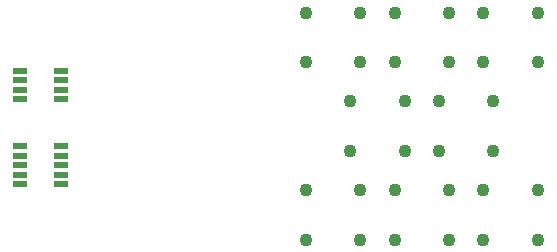
<source format=gbr>
%TF.GenerationSoftware,KiCad,Pcbnew,9.0.2*%
%TF.CreationDate,2025-05-27T11:43:51-07:00*%
%TF.ProjectId,8_6mSiPMs,385f366d-5369-4504-9d73-2e6b69636164,rev?*%
%TF.SameCoordinates,Original*%
%TF.FileFunction,Paste,Top*%
%TF.FilePolarity,Positive*%
%FSLAX46Y46*%
G04 Gerber Fmt 4.6, Leading zero omitted, Abs format (unit mm)*
G04 Created by KiCad (PCBNEW 9.0.2) date 2025-05-27 11:43:51*
%MOMM*%
%LPD*%
G01*
G04 APERTURE LIST*
%ADD10C,1.100000*%
%ADD11R,1.200000X0.500000*%
G04 APERTURE END LIST*
D10*
%TO.C,REF\u002A\u002A10*%
X168493198Y-98000000D03*
X163893198Y-98000000D03*
X163893198Y-102200000D03*
X168493198Y-102200000D03*
%TD*%
D11*
%TO.C,J\u002A\u002A*%
X124700000Y-102900000D03*
X128100000Y-102900000D03*
X124700000Y-103700000D03*
X128100000Y-103700000D03*
X124700000Y-104500000D03*
X128100000Y-104500000D03*
X124700000Y-105300000D03*
X128100000Y-105300000D03*
X124700000Y-109300000D03*
X128100000Y-109300000D03*
X124700000Y-110100000D03*
X128100000Y-110100000D03*
X124700000Y-110900000D03*
X128100000Y-110900000D03*
X124700000Y-111700000D03*
X128100000Y-111700000D03*
X124700000Y-112500000D03*
X128100000Y-112500000D03*
%TD*%
D10*
%TO.C,REF\u002A\u002A10*%
X160993198Y-98000000D03*
X156393198Y-98000000D03*
X156393198Y-102200000D03*
X160993198Y-102200000D03*
%TD*%
%TO.C,REF\u002A\u002A10*%
X168493198Y-113000000D03*
X163893198Y-113000000D03*
X163893198Y-117200000D03*
X168493198Y-117200000D03*
%TD*%
%TO.C,REF\u002A\u002A10*%
X153493198Y-113000000D03*
X148893198Y-113000000D03*
X148893198Y-117200000D03*
X153493198Y-117200000D03*
%TD*%
%TO.C,REF\u002A\u002A10*%
X153493198Y-98000000D03*
X148893198Y-98000000D03*
X148893198Y-102200000D03*
X153493198Y-102200000D03*
%TD*%
%TO.C,REF\u002A\u002A10*%
X164743198Y-105500000D03*
X160143198Y-105500000D03*
X160143198Y-109700000D03*
X164743198Y-109700000D03*
%TD*%
%TO.C,REF\u002A\u002A10*%
X160993198Y-113000000D03*
X156393198Y-113000000D03*
X156393198Y-117200000D03*
X160993198Y-117200000D03*
%TD*%
%TO.C,REF\u002A\u002A10*%
X157243198Y-105500000D03*
X152643198Y-105500000D03*
X152643198Y-109700000D03*
X157243198Y-109700000D03*
%TD*%
M02*

</source>
